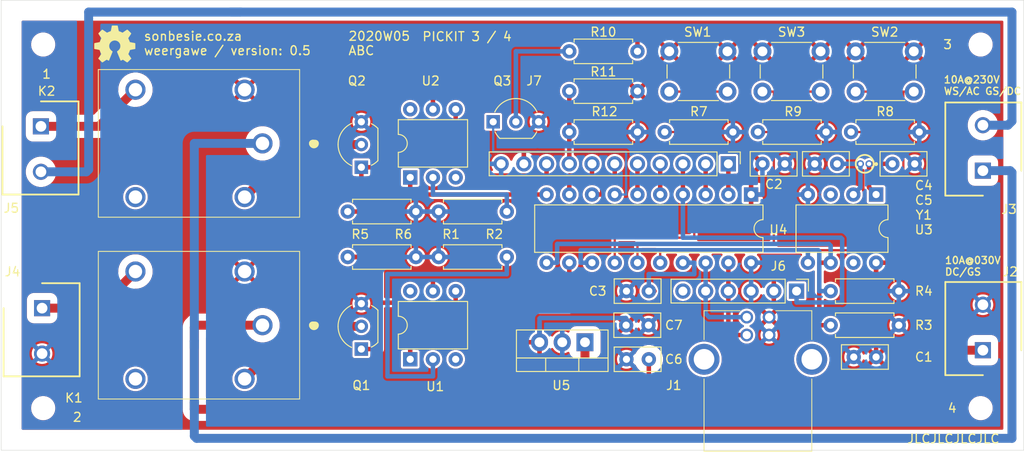
<source format=kicad_pcb>
(kicad_pcb (version 20171130) (host pcbnew 5.1.5+dfsg1-2build2)
  (title_block (title "EPR 400 B2") (date 2020-08-17) (rev 1) (company SONBESIE))
  (layers (0 F.Cu signal) (31 B.Cu signal) (34 B.Paste user) (35 F.Paste user) (36 B.SilkS user) (37 F.SilkS user) (38 B.Mask user) (39 F.Mask user) (44 Edge.Cuts user))
  (net 0 "")
  (net 1 GND)
  (net 2 "Net-(C3-Pad1)")
  (net 3 X1)
  (net 4 X2)
  (net 5 RELAY_1_1)
  (net 6 MCLR)
  (net 7 EN)
  (net 8 RA)
  (net 9 VO)
  (net 10 D+)
  (net 11 D-)
  (net 12 RELAY_2_1)
  (net 13 RELAY_1_2)
  (net 14 RELAY_2_2)
  (net 15 COIL_1_2)
  (net 16 COIL_2_2)
  (net 17 "Net-(Q1-Pad1)")
  (net 18 "Net-(Q2-Pad1)")
  (net 19 BACK_L)
  (net 20 "Net-(R1-Pad1)")
  (net 21 "Net-(R2-Pad1)")
  (net 22 SCL)
  (net 23 SDA)
  (net 24 SW_3)
  (net 25 SW_1)
  (net 26 SW_2)
  (net 27 RELAY_1)
  (net 28 RELAY_2)
  (net 29 /D3)
  (net 30 /D2)
  (net 31 /D0)
  (net 32 /D1)
  (net 33 5V)
  (net 34 LE)
  (net 35 AC_N)
  (net 36 "Net-(Q3-Pad2)")
  (module Symbol:OSHW-Logo2_7.3x6mm_SilkScreen (layer F.Cu) (at 93.98 62.738)
    (fp_text reference 5 hide)
    (fp_text value OSHW-Logo2_7.3x6mm_SilkScreen hide)
  )
  (module MountingHole:MountingHole_2.2mm_M2 (layer F.Cu) (at 190.754 62.103)
    (fp_text reference 3 (at -3.683 0) (layer F.SilkS))
    (fp_text value MountingHole_2.2mm_M2)
    (pad 1 np_thru_hole circle (at 0 0) (size 2.2 2.2) (drill 2.2) (layers *.Cu *.Mask))
  )
  (module MountingHole:MountingHole_2.2mm_M2 (layer F.Cu) (at 190.754 102.743)
    (fp_text reference 4 (at -3.175 0) (layer F.SilkS))
    (fp_text value MountingHole_2.2mm_M2)
    (pad 1 np_thru_hole circle (at 0 0) (size 2.2 2.2) (drill 2.2) (layers *.Cu *.Mask))
  )
  (module MountingHole:MountingHole_2.2mm_M2 (layer F.Cu) (at 85.979 102.743)
    (fp_text reference 2 (at 3.81 1.016) (layer F.SilkS))
    (fp_text value MountingHole_2.2mm_M2)
    (pad 1 np_thru_hole circle (at 0 0) (size 2.2 2.2) (drill 2.2) (layers *.Cu *.Mask))
  )
  (module MountingHole:MountingHole_2.2mm_M2 (layer F.Cu) (at 85.979 62.103)
    (fp_text reference 1 (at 0.381 3.302) (layer F.SilkS))
    (fp_text value MountingHole_2.2mm_M2)
    (pad 1 np_thru_hole circle (at 0 0) (size 2.2 2.2) (drill 2.2) (layers *.Cu *.Mask))
  )
  (module Package_TO_SOT_THT:TO-92_Inline_Wide (layer F.Cu) (at 136.271 70.739)
    (fp_text reference Q3 (at 1.016 -4.572) (layer F.SilkS))
    (fp_text value STQ3N45K3-AP)
    (pad 1 thru_hole rect (at 0 0 90) (size 1.5 1.5) (drill 0.8) (layers *.Cu *.Mask) (net 19 BACK_L))
    (pad 3 thru_hole circle (at 5.08 0 90) (size 1.5 1.5) (drill 0.8) (layers *.Cu *.Mask) (net 1 GND))
    (pad 2 thru_hole circle (at 2.54 0 90) (size 1.5 1.5) (drill 0.8) (layers *.Cu *.Mask) (net 36 "Net-(Q3-Pad2)"))
  )
  (module Package_TO_SOT_THT:TO-92_Inline_Wide (layer F.Cu) (at 121.539 75.819 90)
    (fp_text reference Q2 (at 9.652 -0.508 180) (layer F.SilkS))
    (fp_text value STQ3N45K3-AP)
    (pad 1 thru_hole rect (at 0 0 180) (size 1.5 1.5) (drill 0.8) (layers *.Cu *.Mask) (net 18 "Net-(Q2-Pad1)"))
    (pad 3 thru_hole circle (at 5.08 0 180) (size 1.5 1.5) (drill 0.8) (layers *.Cu *.Mask) (net 1 GND))
    (pad 2 thru_hole circle (at 2.54 0 180) (size 1.5 1.5) (drill 0.8) (layers *.Cu *.Mask) (net 16 COIL_2_2))
  )
  (module Package_TO_SOT_THT:TO-92_Inline_Wide (layer F.Cu) (at 121.539 96.139 90)
    (fp_text reference Q1 (at -4.064 0 180) (layer F.SilkS))
    (fp_text value STQ3N45K3-AP)
    (pad 1 thru_hole rect (at 0 0 180) (size 1.5 1.5) (drill 0.8) (layers *.Cu *.Mask) (net 17 "Net-(Q1-Pad1)"))
    (pad 3 thru_hole circle (at 5.08 0 180) (size 1.5 1.5) (drill 0.8) (layers *.Cu *.Mask) (net 1 GND))
    (pad 2 thru_hole circle (at 2.54 0 180) (size 1.5 1.5) (drill 0.8) (layers *.Cu *.Mask) (net 15 COIL_1_2))
  )
  (module Connector_PinHeader_2.54mm:PinHeader_1x11_P2.54mm_Vertical (layer F.Cu) (at 162.56 75.438 270)
    (fp_text reference J7 (at -9.271 21.717 180) (layer F.SilkS))
    (fp_text value Conn_01x11_Male)
    (pad 11 thru_hole oval (at 0 25.4 270) (size 1.7 1.7) (drill 1) (layers *.Cu *.Mask) (net 1 GND))
    (pad 10 thru_hole oval (at 0 22.86 270) (size 1.7 1.7) (drill 1) (layers *.Cu *.Mask) (net 33 5V))
    (pad 9 thru_hole oval (at 0 20.32 270) (size 1.7 1.7) (drill 1) (layers *.Cu *.Mask) (net 34 LE))
    (pad 8 thru_hole oval (at 0 17.78 270) (size 1.7 1.7) (drill 1) (layers *.Cu *.Mask) (net 9 VO))
    (pad 7 thru_hole oval (at 0 15.24 270) (size 1.7 1.7) (drill 1) (layers *.Cu *.Mask) (net 29 /D3))
    (pad 6 thru_hole oval (at 0 12.7 270) (size 1.7 1.7) (drill 1) (layers *.Cu *.Mask) (net 30 /D2))
    (pad 5 thru_hole oval (at 0 10.16 270) (size 1.7 1.7) (drill 1) (layers *.Cu *.Mask) (net 31 /D0))
    (pad 4 thru_hole oval (at 0 7.62 270) (size 1.7 1.7) (drill 1) (layers *.Cu *.Mask) (net 32 /D1))
    (pad 3 thru_hole oval (at 0 5.08 270) (size 1.7 1.7) (drill 1) (layers *.Cu *.Mask) (net 6 MCLR))
    (pad 2 thru_hole oval (at 0 2.54 270) (size 1.7 1.7) (drill 1) (layers *.Cu *.Mask) (net 7 EN))
    (pad 1 thru_hole rect (at 0 0 270) (size 1.7 1.7) (drill 1) (layers *.Cu *.Mask) (net 8 RA))
  )
  (module Package_DIP:DIP-8_W7.62mm (layer F.Cu) (at 179.07 78.867 270)
    (fp_text reference U3 (at 3.937 -5.334 180) (layer F.SilkS))
    (fp_text value MCP7940N-xP)
    (pad 8 thru_hole oval (at 7.62 0 270) (size 1.6 1.6) (drill 0.8) (layers *.Cu *.Mask) (net 33 5V))
    (pad 4 thru_hole oval (at 0 7.62 270) (size 1.6 1.6) (drill 0.8) (layers *.Cu *.Mask) (net 1 GND))
    (pad 7 thru_hole oval (at 7.62 2.54 270) (size 1.6 1.6) (drill 0.8) (layers *.Cu *.Mask))
    (pad 3 thru_hole oval (at 0 5.08 270) (size 1.6 1.6) (drill 0.8) (layers *.Cu *.Mask))
    (pad 6 thru_hole oval (at 7.62 5.08 270) (size 1.6 1.6) (drill 0.8) (layers *.Cu *.Mask) (net 22 SCL))
    (pad 2 thru_hole oval (at 0 2.54 270) (size 1.6 1.6) (drill 0.8) (layers *.Cu *.Mask) (net 4 X2))
    (pad 5 thru_hole oval (at 7.62 7.62 270) (size 1.6 1.6) (drill 0.8) (layers *.Cu *.Mask) (net 23 SDA))
    (pad 1 thru_hole rect (at 0 0 270) (size 1.6 1.6) (drill 0.8) (layers *.Cu *.Mask) (net 3 X1))
  )
  (module NC26LF-327:NC26LF-327 (layer F.Cu) (at 177.8 75.438 180)
    (fp_text reference Y1 (at -6.604 -5.715) (layer F.SilkS))
    (fp_text value NC26LF-327 hide)
    (pad 2 thru_hole circle (at 0.485 0 180) (size 0.8 0.8) (drill 0.47) (layers *.Cu *.Mask) (net 4 X2))
    (pad 1 thru_hole circle (at -0.485 0 180) (size 0.8 0.8) (drill 0.47) (layers *.Cu *.Mask) (net 3 X1))
  )
  (module Package_TO_SOT_THT:TO-220-3_Vertical (layer F.Cu) (at 146.5326 95.377 180)
    (fp_text reference U5 (at 2.6416 -4.826) (layer F.SilkS))
    (fp_text value L7805)
    (pad 3 thru_hole oval (at 5.08 0 180) (size 1.905 2) (drill 1.1) (layers *.Cu *.Mask) (net 33 5V))
    (pad 2 thru_hole oval (at 2.54 0 180) (size 1.905 2) (drill 1.1) (layers *.Cu *.Mask) (net 1 GND))
    (pad 1 thru_hole rect (at 0 0 180) (size 1.905 2) (drill 1.1) (layers *.Cu *.Mask) (net 5 RELAY_1_1))
  )
  (module Package_DIP:DIP-20_W7.62mm (layer F.Cu) (at 165.1 78.867 270)
    (fp_text reference U4 (at 3.937 -3.048 180) (layer F.SilkS))
    (fp_text value PIC18F14K50-EP)
    (pad 20 thru_hole oval (at 7.62 0 270) (size 1.6 1.6) (drill 0.8) (layers *.Cu *.Mask) (net 1 GND))
    (pad 10 thru_hole oval (at 0 22.86 270) (size 1.6 1.6) (drill 0.8) (layers *.Cu *.Mask) (net 28 RELAY_2))
    (pad 19 thru_hole oval (at 7.62 2.54 270) (size 1.6 1.6) (drill 0.8) (layers *.Cu *.Mask) (net 10 D+))
    (pad 9 thru_hole oval (at 0 20.32 270) (size 1.6 1.6) (drill 0.8) (layers *.Cu *.Mask) (net 29 /D3))
    (pad 18 thru_hole oval (at 7.62 5.08 270) (size 1.6 1.6) (drill 0.8) (layers *.Cu *.Mask) (net 11 D-))
    (pad 8 thru_hole oval (at 0 17.78 270) (size 1.6 1.6) (drill 0.8) (layers *.Cu *.Mask) (net 30 /D2))
    (pad 17 thru_hole oval (at 7.62 7.62 270) (size 1.6 1.6) (drill 0.8) (layers *.Cu *.Mask) (net 2 "Net-(C3-Pad1)"))
    (pad 7 thru_hole oval (at 0 15.24 270) (size 1.6 1.6) (drill 0.8) (layers *.Cu *.Mask) (net 19 BACK_L))
    (pad 16 thru_hole oval (at 7.62 10.16 270) (size 1.6 1.6) (drill 0.8) (layers *.Cu *.Mask) (net 25 SW_1))
    (pad 6 thru_hole oval (at 0 12.7 270) (size 1.6 1.6) (drill 0.8) (layers *.Cu *.Mask) (net 31 /D0))
    (pad 15 thru_hole oval (at 7.62 12.7 270) (size 1.6 1.6) (drill 0.8) (layers *.Cu *.Mask) (net 26 SW_2))
    (pad 5 thru_hole oval (at 0 10.16 270) (size 1.6 1.6) (drill 0.8) (layers *.Cu *.Mask) (net 32 /D1))
    (pad 14 thru_hole oval (at 7.62 15.24 270) (size 1.6 1.6) (drill 0.8) (layers *.Cu *.Mask) (net 24 SW_3))
    (pad 4 thru_hole oval (at 0 7.62 270) (size 1.6 1.6) (drill 0.8) (layers *.Cu *.Mask) (net 6 MCLR))
    (pad 13 thru_hole oval (at 7.62 17.78 270) (size 1.6 1.6) (drill 0.8) (layers *.Cu *.Mask) (net 23 SDA))
    (pad 3 thru_hole oval (at 0 5.08 270) (size 1.6 1.6) (drill 0.8) (layers *.Cu *.Mask) (net 7 EN))
    (pad 12 thru_hole oval (at 7.62 20.32 270) (size 1.6 1.6) (drill 0.8) (layers *.Cu *.Mask) (net 27 RELAY_1))
    (pad 2 thru_hole oval (at 0 2.54 270) (size 1.6 1.6) (drill 0.8) (layers *.Cu *.Mask) (net 8 RA))
    (pad 11 thru_hole oval (at 7.62 22.86 270) (size 1.6 1.6) (drill 0.8) (layers *.Cu *.Mask) (net 22 SCL))
    (pad 1 thru_hole rect (at 0 0 270) (size 1.6 1.6) (drill 0.8) (layers *.Cu *.Mask) (net 33 5V))
  )
  (module Package_DIP:DIP-6_W7.62mm (layer F.Cu) (at 127 76.962 90)
    (fp_text reference U2 (at 10.795 2.286 180) (layer F.SilkS))
    (fp_text value 4N25)
    (pad 6 thru_hole oval (at 7.62 0 90) (size 1.6 1.6) (drill 0.8) (layers *.Cu *.Mask))
    (pad 3 thru_hole oval (at 0 5.08 90) (size 1.6 1.6) (drill 0.8) (layers *.Cu *.Mask))
    (pad 5 thru_hole oval (at 7.62 2.54 90) (size 1.6 1.6) (drill 0.8) (layers *.Cu *.Mask) (net 33 5V))
    (pad 2 thru_hole oval (at 0 2.54 90) (size 1.6 1.6) (drill 0.8) (layers *.Cu *.Mask) (net 21 "Net-(R2-Pad1)"))
    (pad 4 thru_hole oval (at 7.62 5.08 90) (size 1.6 1.6) (drill 0.8) (layers *.Cu *.Mask) (net 18 "Net-(Q2-Pad1)"))
    (pad 1 thru_hole rect (at 0 0 90) (size 1.6 1.6) (drill 0.8) (layers *.Cu *.Mask) (net 28 RELAY_2))
  )
  (module Package_DIP:DIP-6_W7.62mm (layer F.Cu) (at 127 97.282 90)
    (fp_text reference U1 (at -3.048 2.794 180) (layer F.SilkS))
    (fp_text value 4N25)
    (pad 6 thru_hole oval (at 7.62 0 90) (size 1.6 1.6) (drill 0.8) (layers *.Cu *.Mask))
    (pad 3 thru_hole oval (at 0 5.08 90) (size 1.6 1.6) (drill 0.8) (layers *.Cu *.Mask))
    (pad 5 thru_hole oval (at 7.62 2.54 90) (size 1.6 1.6) (drill 0.8) (layers *.Cu *.Mask) (net 33 5V))
    (pad 2 thru_hole oval (at 0 2.54 90) (size 1.6 1.6) (drill 0.8) (layers *.Cu *.Mask) (net 20 "Net-(R1-Pad1)"))
    (pad 4 thru_hole oval (at 7.62 5.08 90) (size 1.6 1.6) (drill 0.8) (layers *.Cu *.Mask) (net 17 "Net-(Q1-Pad1)"))
    (pad 1 thru_hole rect (at 0 0 90) (size 1.6 1.6) (drill 0.8) (layers *.Cu *.Mask) (net 27 RELAY_1))
  )
  (module Button_Switch_THT:SW_PUSH_6mm_H5mm (layer F.Cu) (at 166.37 62.865)
    (fp_text reference SW3 (at 3.25 -2.159) (layer F.SilkS))
    (fp_text value SW_Push)
    (pad 1 thru_hole circle (at 6.5 0 90) (size 2 2) (drill 1.1) (layers *.Cu *.Mask) (net 33 5V))
    (pad 2 thru_hole circle (at 6.5 4.5 90) (size 2 2) (drill 1.1) (layers *.Cu *.Mask) (net 26 SW_2))
    (pad 1 thru_hole circle (at 0 0 90) (size 2 2) (drill 1.1) (layers *.Cu *.Mask) (net 33 5V))
    (pad 2 thru_hole circle (at 0 4.5 90) (size 2 2) (drill 1.1) (layers *.Cu *.Mask) (net 26 SW_2))
  )
  (module Button_Switch_THT:SW_PUSH_6mm_H5mm (layer F.Cu) (at 176.784 62.865)
    (fp_text reference SW2 (at 3.25 -2.159) (layer F.SilkS))
    (fp_text value SW_Push)
    (pad 1 thru_hole circle (at 6.5 0 90) (size 2 2) (drill 1.1) (layers *.Cu *.Mask) (net 33 5V))
    (pad 2 thru_hole circle (at 6.5 4.5 90) (size 2 2) (drill 1.1) (layers *.Cu *.Mask) (net 25 SW_1))
    (pad 1 thru_hole circle (at 0 0 90) (size 2 2) (drill 1.1) (layers *.Cu *.Mask) (net 33 5V))
    (pad 2 thru_hole circle (at 0 4.5 90) (size 2 2) (drill 1.1) (layers *.Cu *.Mask) (net 25 SW_1))
  )
  (module Button_Switch_THT:SW_PUSH_6mm_H5mm (layer F.Cu) (at 155.956 62.865)
    (fp_text reference SW1 (at 3.175 -2.159) (layer F.SilkS))
    (fp_text value SW_Push)
    (pad 1 thru_hole circle (at 6.5 0 90) (size 2 2) (drill 1.1) (layers *.Cu *.Mask) (net 33 5V))
    (pad 2 thru_hole circle (at 6.5 4.5 90) (size 2 2) (drill 1.1) (layers *.Cu *.Mask) (net 24 SW_3))
    (pad 1 thru_hole circle (at 0 0 90) (size 2 2) (drill 1.1) (layers *.Cu *.Mask) (net 33 5V))
    (pad 2 thru_hole circle (at 0 4.5 90) (size 2 2) (drill 1.1) (layers *.Cu *.Mask) (net 24 SW_3))
  )
  (module Resistor_THT:R_Axial_DIN0207_L6.3mm_D2.5mm_P7.62mm_Horizontal (layer F.Cu) (at 144.78 71.882)
    (fp_text reference R12 (at 3.937 -2.286) (layer F.SilkS))
    (fp_text value 10k)
    (pad 2 thru_hole oval (at 7.62 0) (size 1.6 1.6) (drill 0.8) (layers *.Cu *.Mask) (net 1 GND))
    (pad 1 thru_hole circle (at 0 0) (size 1.6 1.6) (drill 0.8) (layers *.Cu *.Mask) (net 9 VO))
  )
  (module Resistor_THT:R_Axial_DIN0207_L6.3mm_D2.5mm_P7.62mm_Horizontal (layer F.Cu) (at 152.4 67.31 180)
    (fp_text reference R11 (at 3.81 2.159) (layer F.SilkS))
    (fp_text value 10k)
    (pad 2 thru_hole oval (at 7.62 0 180) (size 1.6 1.6) (drill 0.8) (layers *.Cu *.Mask) (net 9 VO))
    (pad 1 thru_hole circle (at 0 0 180) (size 1.6 1.6) (drill 0.8) (layers *.Cu *.Mask) (net 33 5V))
  )
  (module Resistor_THT:R_Axial_DIN0207_L6.3mm_D2.5mm_P7.62mm_Horizontal (layer F.Cu) (at 152.4 62.865 180)
    (fp_text reference R10 (at 3.81 2.159) (layer F.SilkS))
    (fp_text value 270)
    (pad 2 thru_hole oval (at 7.62 0 180) (size 1.6 1.6) (drill 0.8) (layers *.Cu *.Mask) (net 36 "Net-(Q3-Pad2)"))
    (pad 1 thru_hole circle (at 0 0 180) (size 1.6 1.6) (drill 0.8) (layers *.Cu *.Mask) (net 34 LE))
  )
  (module Resistor_THT:R_Axial_DIN0207_L6.3mm_D2.5mm_P7.62mm_Horizontal (layer F.Cu) (at 165.862 71.882)
    (fp_text reference R9 (at 3.937 -2.286) (layer F.SilkS))
    (fp_text value 10k)
    (pad 2 thru_hole oval (at 7.62 0) (size 1.6 1.6) (drill 0.8) (layers *.Cu *.Mask) (net 1 GND))
    (pad 1 thru_hole circle (at 0 0) (size 1.6 1.6) (drill 0.8) (layers *.Cu *.Mask) (net 26 SW_2))
  )
  (module Resistor_THT:R_Axial_DIN0207_L6.3mm_D2.5mm_P7.62mm_Horizontal (layer F.Cu) (at 176.276 71.882)
    (fp_text reference R8 (at 3.81 -2.286) (layer F.SilkS))
    (fp_text value 10k)
    (pad 2 thru_hole oval (at 7.62 0) (size 1.6 1.6) (drill 0.8) (layers *.Cu *.Mask) (net 1 GND))
    (pad 1 thru_hole circle (at 0 0) (size 1.6 1.6) (drill 0.8) (layers *.Cu *.Mask) (net 25 SW_1))
  )
  (module Resistor_THT:R_Axial_DIN0207_L6.3mm_D2.5mm_P7.62mm_Horizontal (layer F.Cu) (at 155.448 71.882)
    (fp_text reference R7 (at 3.81 -2.286) (layer F.SilkS))
    (fp_text value 10k)
    (pad 2 thru_hole oval (at 7.62 0) (size 1.6 1.6) (drill 0.8) (layers *.Cu *.Mask) (net 1 GND))
    (pad 1 thru_hole circle (at 0 0) (size 1.6 1.6) (drill 0.8) (layers *.Cu *.Mask) (net 24 SW_3))
  )
  (module Resistor_THT:R_Axial_DIN0207_L6.3mm_D2.5mm_P7.62mm_Horizontal (layer F.Cu) (at 120.015 80.772)
    (fp_text reference R6 (at 6.223 2.54) (layer F.SilkS))
    (fp_text value 10k)
    (pad 2 thru_hole oval (at 7.62 0) (size 1.6 1.6) (drill 0.8) (layers *.Cu *.Mask) (net 1 GND))
    (pad 1 thru_hole circle (at 0 0) (size 1.6 1.6) (drill 0.8) (layers *.Cu *.Mask) (net 18 "Net-(Q2-Pad1)"))
  )
  (module Resistor_THT:R_Axial_DIN0207_L6.3mm_D2.5mm_P7.62mm_Horizontal (layer F.Cu) (at 120.015 85.852)
    (fp_text reference R5 (at 1.397 -2.54) (layer F.SilkS))
    (fp_text value 10k)
    (pad 2 thru_hole oval (at 7.62 0) (size 1.6 1.6) (drill 0.8) (layers *.Cu *.Mask) (net 1 GND))
    (pad 1 thru_hole circle (at 0 0) (size 1.6 1.6) (drill 0.8) (layers *.Cu *.Mask) (net 17 "Net-(Q1-Pad1)"))
  )
  (module Resistor_THT:R_Axial_DIN0207_L6.3mm_D2.5mm_P7.62mm_Horizontal (layer F.Cu) (at 173.99 89.662)
    (fp_text reference R4 (at 10.414 0) (layer F.SilkS))
    (fp_text value 10k)
    (pad 2 thru_hole oval (at 7.62 0) (size 1.6 1.6) (drill 0.8) (layers *.Cu *.Mask) (net 1 GND))
    (pad 1 thru_hole circle (at 0 0) (size 1.6 1.6) (drill 0.8) (layers *.Cu *.Mask) (net 23 SDA))
  )
  (module Resistor_THT:R_Axial_DIN0207_L6.3mm_D2.5mm_P7.62mm_Horizontal (layer F.Cu) (at 181.61 93.472 180)
    (fp_text reference R3 (at -2.794 0) (layer F.SilkS))
    (fp_text value 10k)
    (pad 2 thru_hole oval (at 7.62 0 180) (size 1.6 1.6) (drill 0.8) (layers *.Cu *.Mask) (net 22 SCL))
    (pad 1 thru_hole circle (at 0 0 180) (size 1.6 1.6) (drill 0.8) (layers *.Cu *.Mask) (net 1 GND))
  )
  (module Resistor_THT:R_Axial_DIN0207_L6.3mm_D2.5mm_P7.62mm_Horizontal (layer F.Cu) (at 137.795 80.772 180)
    (fp_text reference R2 (at 1.397 -2.54) (layer F.SilkS))
    (fp_text value 120)
    (pad 2 thru_hole oval (at 7.62 0 180) (size 1.6 1.6) (drill 0.8) (layers *.Cu *.Mask) (net 1 GND))
    (pad 1 thru_hole circle (at 0 0 180) (size 1.6 1.6) (drill 0.8) (layers *.Cu *.Mask) (net 21 "Net-(R2-Pad1)"))
  )
  (module Resistor_THT:R_Axial_DIN0207_L6.3mm_D2.5mm_P7.62mm_Horizontal (layer F.Cu) (at 137.795 85.852 180)
    (fp_text reference R1 (at 6.223 2.54) (layer F.SilkS))
    (fp_text value 120)
    (pad 2 thru_hole oval (at 7.62 0 180) (size 1.6 1.6) (drill 0.8) (layers *.Cu *.Mask) (net 1 GND))
    (pad 1 thru_hole circle (at 0 0 180) (size 1.6 1.6) (drill 0.8) (layers *.Cu *.Mask) (net 20 "Net-(R1-Pad1)"))
  )
  (module G5LE-1A-E-36_DC5:G5LE1AE36DC5 (layer F.Cu) (at 110.49 73.152 180)
    (fp_text reference K2 (at 24.13 5.842) (layer F.SilkS))
    (fp_text value G5LE-1A-E-36_DC5 hide)
    (pad 5 thru_hole circle (at 2 -6 180) (size 2.25 2.25) (drill 1.5) (layers *.Cu *.Mask) (net 16 COIL_2_2))
    (pad 4 thru_hole circle (at 14.2 -6 180) (size 2.25 2.25) (drill 1.5) (layers *.Cu *.Mask))
    (pad 3 thru_hole circle (at 14.2 6 180) (size 2.25 2.25) (drill 1.5) (layers *.Cu *.Mask) (net 14 RELAY_2_2))
    (pad 2 thru_hole circle (at 2 6 180) (size 2.25 2.25) (drill 1.5) (layers *.Cu *.Mask) (net 33 5V))
    (pad 1 thru_hole circle (at 0 0 180) (size 2.25 2.25) (drill 1.5) (layers *.Cu *.Mask) (net 12 RELAY_2_1))
  )
  (module G5LE-1A-E-36_DC5:G5LE1AE36DC5 (layer F.Cu) (at 110.49 93.472 180)
    (fp_text reference K1 (at 21.082 -8.128) (layer F.SilkS))
    (fp_text value G5LE-1A-E-36_DC5 hide)
    (pad 5 thru_hole circle (at 2 -6 180) (size 2.25 2.25) (drill 1.5) (layers *.Cu *.Mask) (net 15 COIL_1_2))
    (pad 4 thru_hole circle (at 14.2 -6 180) (size 2.25 2.25) (drill 1.5) (layers *.Cu *.Mask))
    (pad 3 thru_hole circle (at 14.2 6 180) (size 2.25 2.25) (drill 1.5) (layers *.Cu *.Mask) (net 13 RELAY_1_2))
    (pad 2 thru_hole circle (at 2 6 180) (size 2.25 2.25) (drill 1.5) (layers *.Cu *.Mask) (net 33 5V))
    (pad 1 thru_hole circle (at 0 0 180) (size 2.25 2.25) (drill 1.5) (layers *.Cu *.Mask) (net 5 RELAY_1_1))
  )
  (module Connector_PinHeader_2.54mm:PinHeader_1x06_P2.54mm_Vertical (layer F.Cu) (at 170.18 89.662 270)
    (fp_text reference J6 (at -2.794 2.032 180) (layer F.SilkS))
    (fp_text value Conn_01x06_Male)
    (pad 6 thru_hole oval (at 0 12.7 270) (size 1.7 1.7) (drill 1) (layers *.Cu *.Mask))
    (pad 5 thru_hole oval (at 0 10.16 270) (size 1.7 1.7) (drill 1) (layers *.Cu *.Mask) (net 11 D-))
    (pad 4 thru_hole oval (at 0 7.62 270) (size 1.7 1.7) (drill 1) (layers *.Cu *.Mask) (net 10 D+))
    (pad 3 thru_hole oval (at 0 5.08 270) (size 1.7 1.7) (drill 1) (layers *.Cu *.Mask) (net 1 GND))
    (pad 2 thru_hole oval (at 0 2.54 270) (size 1.7 1.7) (drill 1) (layers *.Cu *.Mask) (net 33 5V))
    (pad 1 thru_hole rect (at 0 0 270) (size 1.7 1.7) (drill 1) (layers *.Cu *.Mask) (net 6 MCLR))
  )
  (module 282837-2:SHDR2W100P0X508_1X2_1016X820X1030P (layer F.Cu) (at 85.725 71.247 270)
    (fp_text reference J5 (at 9.144 3.302 180) (layer F.SilkS))
    (fp_text value 282837-2 hide)
    (pad 2 thru_hole circle (at 5.08 0 270) (size 1.8 1.8) (drill 1.2) (layers *.Cu *.Mask) (net 35 AC_N))
    (pad 1 thru_hole rect (at 0 0 270) (size 1.8 1.8) (drill 1.2) (layers *.Cu *.Mask) (net 14 RELAY_2_2))
  )
  (module 282837-2:SHDR2W100P0X508_1X2_1016X820X1030P (layer F.Cu) (at 85.852 91.567 270)
    (fp_text reference J4 (at -4.064 3.302 180) (layer F.SilkS))
    (fp_text value 282837-2 hide)
    (pad 2 thru_hole circle (at 5.08 0 270) (size 1.8 1.8) (drill 1.2) (layers *.Cu *.Mask) (net 1 GND))
    (pad 1 thru_hole rect (at 0 0 270) (size 1.8 1.8) (drill 1.2) (layers *.Cu *.Mask) (net 13 RELAY_1_2))
  )
  (module 282837-2:SHDR2W100P0X508_1X2_1016X820X1030P (layer F.Cu) (at 191.008 76.2 90)
    (fp_text reference J3 (at -4.318 2.921 180) (layer F.SilkS))
    (fp_text value 282837-2 hide)
    (pad 2 thru_hole circle (at 5.08 0 90) (size 1.8 1.8) (drill 1.2) (layers *.Cu *.Mask) (net 35 AC_N))
    (pad 1 thru_hole rect (at 0 0 90) (size 1.8 1.8) (drill 1.2) (layers *.Cu *.Mask) (net 12 RELAY_2_1))
  )
  (module 282837-2:SHDR2W100P0X508_1X2_1016X820X1030P (layer F.Cu) (at 191.008 96.266 90)
    (fp_text reference J2 (at 8.763 3.048 180) (layer F.SilkS))
    (fp_text value 282837-2 hide)
    (pad 2 thru_hole circle (at 5.08 0 90) (size 1.8 1.8) (drill 1.2) (layers *.Cu *.Mask) (net 1 GND))
    (pad 1 thru_hole rect (at 0 0 90) (size 1.8 1.8) (drill 1.2) (layers *.Cu *.Mask) (net 5 RELAY_1_1))
  )
  (module 292304-2:292304 (layer F.Cu) (at 165.862 97.282)
    (fp_text reference J1 (at -9.398 2.921) (layer F.SilkS))
    (fp_text value 292304-2 hide)
    (pad 6 thru_hole circle (at -6.02 0) (size 3.45 3.45) (drill 2.3) (layers *.Cu *.Mask))
    (pad 5 thru_hole circle (at 6.02 0) (size 3.45 3.45) (drill 2.3) (layers *.Cu *.Mask))
    (pad 4 thru_hole circle (at 1.25 -2.71) (size 1.42 1.42) (drill 0.92) (layers *.Cu *.Mask) (net 1 GND))
    (pad 3 thru_hole circle (at -1.25 -2.71) (size 1.42 1.42) (drill 0.92) (layers *.Cu *.Mask) (net 10 D+))
    (pad 2 thru_hole circle (at -1.25 -4.71) (size 1.42 1.42) (drill 0.92) (layers *.Cu *.Mask) (net 11 D-))
    (pad 1 thru_hole circle (at 1.25 -4.71) (size 1.42 1.42) (drill 0.92) (layers *.Cu *.Mask) (net 33 5V))
  )
  (module Capacitor_THT:C_Disc_D5.0mm_W2.5mm_P2.50mm (layer F.Cu) (at 151.13 93.472)
    (fp_text reference C7 (at 5.334 0) (layer F.SilkS))
    (fp_text value 0.10u)
    (pad 2 thru_hole circle (at 2.5 0) (size 1.6 1.6) (drill 0.8) (layers *.Cu *.Mask) (net 1 GND))
    (pad 1 thru_hole circle (at 0 0) (size 1.6 1.6) (drill 0.8) (layers *.Cu *.Mask) (net 33 5V))
  )
  (module Capacitor_THT:C_Disc_D5.0mm_W2.5mm_P2.50mm (layer F.Cu) (at 153.67 97.282 180)
    (fp_text reference C6 (at -2.794 0) (layer F.SilkS))
    (fp_text value 0.33u)
    (pad 2 thru_hole circle (at 2.5 0 180) (size 1.6 1.6) (drill 0.8) (layers *.Cu *.Mask) (net 1 GND))
    (pad 1 thru_hole circle (at 0 0 180) (size 1.6 1.6) (drill 0.8) (layers *.Cu *.Mask) (net 5 RELAY_1_1))
  )
  (module Capacitor_THT:C_Disc_D5.0mm_W2.5mm_P2.50mm (layer F.Cu) (at 172.212 75.438)
    (fp_text reference C5 (at 12.192 4.064) (layer F.SilkS))
    (fp_text value 15p)
    (pad 2 thru_hole circle (at 2.5 0) (size 1.6 1.6) (drill 0.8) (layers *.Cu *.Mask) (net 4 X2))
    (pad 1 thru_hole circle (at 0 0) (size 1.6 1.6) (drill 0.8) (layers *.Cu *.Mask) (net 1 GND))
  )
  (module Capacitor_THT:C_Disc_D5.0mm_W2.5mm_P2.50mm (layer F.Cu) (at 183.388 75.438 180)
    (fp_text reference C4 (at -1.016 -2.413) (layer F.SilkS))
    (fp_text value 15p)
    (pad 2 thru_hole circle (at 2.5 0 180) (size 1.6 1.6) (drill 0.8) (layers *.Cu *.Mask) (net 3 X1))
    (pad 1 thru_hole circle (at 0 0 180) (size 1.6 1.6) (drill 0.8) (layers *.Cu *.Mask) (net 1 GND))
  )
  (module Capacitor_THT:C_Disc_D5.0mm_W2.5mm_P2.50mm (layer F.Cu) (at 153.67 89.662 180)
    (fp_text reference C3 (at 5.715 0) (layer F.SilkS))
    (fp_text value 100n)
    (pad 2 thru_hole circle (at 2.5 0 180) (size 1.6 1.6) (drill 0.8) (layers *.Cu *.Mask) (net 1 GND))
    (pad 1 thru_hole circle (at 0 0 180) (size 1.6 1.6) (drill 0.8) (layers *.Cu *.Mask) (net 2 "Net-(C3-Pad1)"))
  )
  (module Capacitor_THT:C_Disc_D5.0mm_W2.5mm_P2.50mm (layer F.Cu) (at 166.37 75.438)
    (fp_text reference C2 (at 1.27 2.286) (layer F.SilkS))
    (fp_text value 0.10u)
    (pad 2 thru_hole circle (at 2.5 0) (size 1.6 1.6) (drill 0.8) (layers *.Cu *.Mask) (net 1 GND))
    (pad 1 thru_hole circle (at 0 0) (size 1.6 1.6) (drill 0.8) (layers *.Cu *.Mask) (net 33 5V))
  )
  (module Capacitor_THT:C_Disc_D5.0mm_W2.5mm_P2.50mm (layer F.Cu) (at 179.07 97.028 180)
    (fp_text reference C1 (at -5.334 0) (layer F.SilkS))
    (fp_text value 0.10u)
    (pad 2 thru_hole circle (at 2.5 0 180) (size 1.6 1.6) (drill 0.8) (layers *.Cu *.Mask) (net 1 GND))
    (pad 1 thru_hole circle (at 0 0 180) (size 1.6 1.6) (drill 0.8) (layers *.Cu *.Mask) (net 33 5V))
  )
  (gr_text "PICKIT 3 / 4" (at 133.35 61.214) (layer F.SilkS) (effects (font (size 1 1))))
  (gr_text "10A@030V\nDC/GS" (at 186.69 86.868) (layer F.SilkS) (effects (font (size 0.8 0.8)) (justify left)))
  (gr_text "10A@230V\nWS/AC GS/DC" (at 186.563 66.675) (layer F.SilkS) (effects (font (size 0.8 0.8)) (justify left)))
  (gr_text "2020W05\nABC" (at 120.015 61.976) (layer F.SilkS) (effects (font (size 1 1)) (justify left)))
  (gr_text "sonbesie.co.za\nweergawe / version: 0.5" (at 97.155 61.976) (layer F.SilkS) (effects (font (size 1 1)) (justify left)))
  (gr_text JLCJLCJLCJLC (at 187.706 106.172) (layer F.SilkS) (effects (font (size 1 1))))
  (gr_line (start 195.58 57.15) (end 81.28 57.15) (layer Edge.Cuts) (width 0.05))
  (gr_line (start 81.28 107.442) (end 195.58 107.442) (layer Edge.Cuts) (width 0.05))
  (gr_line (start 81.28 57.15) (end 81.28 107.442) (layer Edge.Cuts) (width 0.05))
  (gr_line (start 195.58 107.442) (end 195.58 57.15) (layer Edge.Cuts) (width 0.05))
  (segment (start 154.305 89.662) (end 153.67 89.662) (width 0.5) (layer F.Cu) (net 2))
  (segment (start 153.67 87.757) (end 153.67 89.662) (width 0.5) (layer B.Cu) (net 2))
  (segment (start 158.75 87.757) (end 153.67 87.757) (width 0.5) (layer B.Cu) (net 2))
  (segment (start 157.48 86.487) (end 158.75 86.487) (width 0.5) (layer B.Cu) (net 2))
  (segment (start 158.75 86.487) (end 158.75 87.757) (width 0.5) (layer B.Cu) (net 2))
  (segment (start 178.285 78.082) (end 179.07 78.867) (width 0.5) (layer F.Cu) (net 3))
  (segment (start 178.285 75.438) (end 178.285 78.082) (width 0.5) (layer F.Cu) (net 3))
  (segment (start 178.285 75.438) (end 180.634 75.438) (width 0.5) (layer F.Cu) (net 3))
  (segment (start 174.712 75.438) (end 177.315 75.438) (width 0.5) (layer B.Cu) (net 4))
  (segment (start 177.315 78.082) (end 176.53 78.867) (width 0.5) (layer B.Cu) (net 4))
  (segment (start 177.315 75.438) (end 177.315 78.082) (width 0.5) (layer B.Cu) (net 4))
  (segment (start 103.124 93.472) (end 110.49 93.472) (width 1) (layer F.Cu) (net 5))
  (segment (start 102.87 93.726) (end 103.124 93.472) (width 1) (layer F.Cu) (net 5))
  (segment (start 102.87 102.87) (end 102.87 93.726) (width 1) (layer F.Cu) (net 5))
  (segment (start 140.208 102.87) (end 102.87 102.87) (width 1) (layer F.Cu) (net 5))
  (segment (start 141.478 102.87) (end 140.208 102.87) (width 1) (layer F.Cu) (net 5))
  (segment (start 184.404 96.266) (end 191.008 96.266) (width 1) (layer F.Cu) (net 5))
  (segment (start 184.404 102.87) (end 184.404 96.266) (width 1) (layer F.Cu) (net 5))
  (segment (start 153.67 102.616) (end 153.416 102.87) (width 0.5) (layer F.Cu) (net 5))
  (segment (start 140.208 102.87) (end 146.5326 102.87) (width 1) (layer F.Cu) (net 5))
  (segment (start 153.67 102.8065) (end 153.6065 102.87) (width 0.5) (layer F.Cu) (net 5))
  (segment (start 153.67 97.282) (end 153.67 102.8065) (width 0.5) (layer F.Cu) (net 5))
  (segment (start 153.416 102.87) (end 153.6065 102.87) (width 1) (layer F.Cu) (net 5))
  (segment (start 153.6065 102.87) (end 184.404 102.87) (width 1) (layer F.Cu) (net 5))
  (segment (start 146.5326 95.377) (end 146.5326 102.87) (width 1) (layer F.Cu) (net 5))
  (segment (start 146.5326 102.87) (end 153.416 102.87) (width 1) (layer F.Cu) (net 5))
  (segment (start 170.18 89.662) (end 170.18 90.932) (width 0.5) (layer B.Cu) (net 6))
  (segment (start 175.26 90.932) (end 175.279999 90.951999) (width 0.5) (layer B.Cu) (net 6))
  (segment (start 170.18 90.932) (end 175.26 90.932) (width 0.5) (layer B.Cu) (net 6))
  (segment (start 175.26 90.932) (end 175.26 88.392) (width 0.5) (layer B.Cu) (net 6))
  (segment (start 175.279999 88.372001) (end 175.279999 83.839999) (width 0.5) (layer B.Cu) (net 6))
  (segment (start 175.26 88.392) (end 175.279999 88.372001) (width 0.5) (layer B.Cu) (net 6))
  (segment (start 157.48 78.867) (end 157.48 83.68998) (width 0.5) (layer B.Cu) (net 6))
  (segment (start 157.48 75.438) (end 157.48 78.867) (width 0.5) (layer F.Cu) (net 6))
  (segment (start 157.48 83.68998) (end 175.12998 83.68998) (width 0.5) (layer B.Cu) (net 6))
  (segment (start 175.12998 83.68998) (end 175.279999 83.839999) (width 0.5) (layer B.Cu) (net 6))
  (segment (start 160.02 75.438) (end 160.02 78.867) (width 0.5) (layer F.Cu) (net 7))
  (segment (start 162.56 78.867) (end 162.56 75.438) (width 0.5) (layer F.Cu) (net 8))
  (segment (start 144.78 71.882) (end 144.78 75.438) (width 0.5) (layer F.Cu) (net 9))
  (segment (start 144.78 67.564) (end 144.78 71.882) (width 0.5) (layer F.Cu) (net 9))
  (segment (start 162.56 86.487) (end 162.56 89.662) (width 0.5) (layer F.Cu) (net 10))
  (segment (start 162.56 89.662) (end 162.56 94.488) (width 0.5) (layer F.Cu) (net 10))
  (segment (start 162.644 94.572) (end 164.612 94.572) (width 0.5) (layer F.Cu) (net 10))
  (segment (start 162.56 94.488) (end 162.644 94.572) (width 0.5) (layer F.Cu) (net 10))
  (segment (start 160.02 86.487) (end 160.02 89.662) (width 0.5) (layer B.Cu) (net 11))
  (segment (start 160.412 92.572) (end 160.02 92.18) (width 0.5) (layer B.Cu) (net 11))
  (segment (start 160.02 89.662) (end 160.02 92.18) (width 0.5) (layer B.Cu) (net 11))
  (segment (start 164.612 92.572) (end 160.412 92.572) (width 0.5) (layer B.Cu) (net 11))
  (segment (start 110.49 73.152) (end 102.87 73.152) (width 1) (layer B.Cu) (net 12))
  (segment (start 102.87 95.25) (end 102.87 96.012) (width 1) (layer B.Cu) (net 12))
  (segment (start 102.87 102.108) (end 102.87 102.87) (width 1) (layer B.Cu) (net 12))
  (segment (start 102.87 95.25) (end 102.87 102.108) (width 1) (layer B.Cu) (net 12))
  (segment (start 102.87 73.152) (end 102.87 95.25) (width 1) (layer B.Cu) (net 12))
  (segment (start 194.056 76.2) (end 191.008 76.2) (width 1) (layer B.Cu) (net 12))
  (segment (start 102.87 105.86299) (end 103.124 106.11699) (width 1) (layer B.Cu) (net 12))
  (segment (start 194.25499 106.11699) (end 194.25499 76.39899) (width 1) (layer B.Cu) (net 12))
  (segment (start 102.87 102.108) (end 102.87 105.86299) (width 1) (layer B.Cu) (net 12))
  (segment (start 194.25499 76.39899) (end 194.056 76.2) (width 1) (layer B.Cu) (net 12))
  (segment (start 103.124 106.11699) (end 194.25499 106.11699) (width 1) (layer B.Cu) (net 12))
  (segment (start 92.195 91.567) (end 96.29 87.472) (width 1) (layer F.Cu) (net 13))
  (segment (start 85.852 91.567) (end 92.195 91.567) (width 1) (layer F.Cu) (net 13))
  (segment (start 92.195 71.247) (end 96.29 67.152) (width 1) (layer F.Cu) (net 14))
  (segment (start 85.725 71.247) (end 92.195 71.247) (width 1) (layer F.Cu) (net 14))
  (segment (start 114.363 93.599) (end 108.49 99.472) (width 1) (layer F.Cu) (net 15))
  (segment (start 121.539 93.599) (end 114.363 93.599) (width 1) (layer F.Cu) (net 15))
  (segment (start 114.363 73.279) (end 108.49 79.152) (width 1) (layer F.Cu) (net 16))
  (segment (start 121.539 73.279) (end 114.363 73.279) (width 1) (layer F.Cu) (net 16))
  (segment (start 121.92 85.852) (end 120.015 85.852) (width 0.5) (layer F.Cu) (net 17))
  (segment (start 123.571 85.8774) (end 123.5456 85.852) (width 0.5) (layer F.Cu) (net 17))
  (segment (start 123.5456 85.852) (end 120.015 85.852) (width 0.5) (layer F.Cu) (net 17))
  (segment (start 121.539 96.139) (end 123.571 96.139) (width 0.5) (layer F.Cu) (net 17))
  (segment (start 123.571 96.139) (end 123.571 90.9574) (width 0.5) (layer F.Cu) (net 17))
  (segment (start 123.571 90.9574) (end 123.571 85.8774) (width 0.5) (layer F.Cu) (net 17))
  (segment (start 132.08 90.79337) (end 132.08 89.662) (width 0.5) (layer F.Cu) (net 17))
  (segment (start 131.91597 90.9574) (end 132.08 90.79337) (width 0.5) (layer F.Cu) (net 17))
  (segment (start 123.571 90.9574) (end 131.91597 90.9574) (width 0.5) (layer F.Cu) (net 17))
  (segment (start 132.08 70.612) (end 132.08 69.342) (width 0.5) (layer F.Cu) (net 18))
  (segment (start 121.539 75.819) (end 121.539 80.7974) (width 0.5) (layer F.Cu) (net 18))
  (segment (start 121.5136 80.772) (end 120.015 80.772) (width 0.5) (layer F.Cu) (net 18))
  (segment (start 121.539 80.7974) (end 121.5136 80.772) (width 0.5) (layer F.Cu) (net 18))
  (segment (start 132.08 70.612) (end 123.5964 70.612) (width 0.5) (layer F.Cu) (net 18))
  (segment (start 123.5964 70.612) (end 123.5202 70.6882) (width 0.5) (layer F.Cu) (net 18))
  (segment (start 123.5202 70.6882) (end 123.5202 75.819) (width 0.5) (layer F.Cu) (net 18))
  (segment (start 123.5202 75.819) (end 121.539 75.819) (width 0.5) (layer F.Cu) (net 18))
  (segment (start 151.13 78.867) (end 149.86 78.867) (width 0.25) (layer B.Cu) (net 19))
  (segment (start 151.13 74.1172) (end 151.13 78.867) (width 0.25) (layer B.Cu) (net 19))
  (segment (start 151.1046 74.0918) (end 151.13 74.1172) (width 0.25) (layer B.Cu) (net 19))
  (segment (start 141.2254 74.065) (end 141.1986 74.0918) (width 0.25) (layer B.Cu) (net 19))
  (segment (start 141.5542 74.0918) (end 136.271 74.0918) (width 0.25) (layer B.Cu) (net 19))
  (segment (start 141.1986 74.0918) (end 141.5542 74.0918) (width 0.25) (layer B.Cu) (net 19))
  (segment (start 141.5542 74.0918) (end 151.1046 74.0918) (width 0.25) (layer B.Cu) (net 19))
  (segment (start 136.271 74.0918) (end 136.271 70.739) (width 0.25) (layer B.Cu) (net 19))
  (segment (start 129.54 97.282) (end 129.54 99.187) (width 0.5) (layer B.Cu) (net 20))
  (segment (start 129.54 99.187) (end 124.46 99.187) (width 0.5) (layer B.Cu) (net 20))
  (segment (start 124.46 99.187) (end 124.46 87.757) (width 0.5) (layer B.Cu) (net 20))
  (segment (start 124.46 87.757) (end 137.795 87.757) (width 0.5) (layer B.Cu) (net 20))
  (segment (start 137.795 87.757) (end 137.795 85.852) (width 0.5) (layer B.Cu) (net 20))
  (segment (start 137.795 80.772) (end 137.795 78.867) (width 0.5) (layer B.Cu) (net 21))
  (segment (start 137.795 78.867) (end 129.54 78.867) (width 0.5) (layer B.Cu) (net 21))
  (segment (start 129.54 78.867) (end 129.54 76.962) (width 0.5) (layer B.Cu) (net 21))
  (segment (start 172.698008 84.38999) (end 172.700001 84.391983) (width 0.5) (layer B.Cu) (net 22))
  (segment (start 173.99 86.487) (end 172.72 86.487) (width 0.5) (layer F.Cu) (net 22))
  (segment (start 172.72 86.487) (end 172.72 93.472) (width 0.5) (layer F.Cu) (net 22))
  (segment (start 172.72 93.472) (end 173.99 93.472) (width 0.5) (layer F.Cu) (net 22))
  (segment (start 172.698008 84.38999) (end 173.79799 84.38999) (width 0.5) (layer B.Cu) (net 22))
  (segment (start 173.99 84.582) (end 173.99 86.487) (width 0.5) (layer B.Cu) (net 22))
  (segment (start 173.79799 84.38999) (end 173.99 84.582) (width 0.5) (layer B.Cu) (net 22))
  (segment (start 143.422998 86.487) (end 142.24 86.487) (width 0.5) (layer B.Cu) (net 22))
  (segment (start 143.422998 84.415002) (end 143.44801 84.38999) (width 0.5) (layer B.Cu) (net 22))
  (segment (start 143.44801 84.38999) (end 172.698008 84.38999) (width 0.5) (layer B.Cu) (net 22))
  (segment (start 143.422998 86.487) (end 143.422998 84.415002) (width 0.5) (layer B.Cu) (net 22))
  (segment (start 171.45 86.487) (end 171.45 85.09) (width 0.5) (layer B.Cu) (net 23))
  (segment (start 173.99 89.662) (end 172.72 89.662) (width 0.5) (layer B.Cu) (net 23))
  (segment (start 172.72 89.662) (end 172.72 85.217) (width 0.5) (layer B.Cu) (net 23))
  (segment (start 172.72 85.217) (end 172.593 85.09) (width 0.5) (layer B.Cu) (net 23))
  (segment (start 172.593 85.09) (end 171.45 85.09) (width 0.5) (layer B.Cu) (net 23))
  (segment (start 146.05 86.487) (end 147.32 86.487) (width 0.5) (layer B.Cu) (net 23))
  (segment (start 146.05 85.09) (end 146.05 86.487) (width 0.5) (layer B.Cu) (net 23))
  (segment (start 171.45 85.09) (end 146.05 85.09) (width 0.5) (layer B.Cu) (net 23))
  (segment (start 149.86 86.487) (end 149.86 83.693) (width 0.25) (layer F.Cu) (net 24))
  (segment (start 155.575 83.693) (end 156.21 83.693) (width 0.25) (layer F.Cu) (net 24))
  (segment (start 149.86 83.693) (end 155.575 83.693) (width 0.25) (layer F.Cu) (net 24))
  (segment (start 157.607 83.693) (end 158.369 83.693) (width 0.25) (layer F.Cu) (net 24))
  (segment (start 155.575 83.693) (end 157.607 83.693) (width 0.25) (layer F.Cu) (net 24))
  (segment (start 158.75 67.547) (end 158.568 67.365) (width 0.25) (layer F.Cu) (net 24))
  (segment (start 157.607 83.693) (end 158.75 83.693) (width 0.25) (layer F.Cu) (net 24))
  (segment (start 155.956 67.365) (end 158.568 67.365) (width 0.25) (layer F.Cu) (net 24))
  (segment (start 158.568 67.365) (end 162.456 67.365) (width 0.25) (layer F.Cu) (net 24))
  (segment (start 158.623 71.882) (end 158.75 71.755) (width 0.25) (layer F.Cu) (net 24))
  (segment (start 155.448 71.882) (end 158.623 71.882) (width 0.25) (layer F.Cu) (net 24))
  (segment (start 158.75 83.693) (end 158.75 71.755) (width 0.25) (layer F.Cu) (net 24))
  (segment (start 158.75 71.755) (end 158.75 67.547) (width 0.25) (layer F.Cu) (net 24))
  (segment (start 154.94 85.09) (end 154.94 86.487) (width 0.25) (layer F.Cu) (net 25))
  (segment (start 168.91 85.09) (end 182.118 85.09) (width 0.25) (layer F.Cu) (net 25))
  (segment (start 168.91 85.09) (end 154.94 85.09) (width 0.25) (layer F.Cu) (net 25))
  (segment (start 170.053 85.09) (end 168.91 85.09) (width 0.25) (layer F.Cu) (net 25))
  (segment (start 182.118 85.09) (end 182.118 71.882) (width 0.25) (layer F.Cu) (net 25))
  (segment (start 182.118 71.882) (end 176.276 71.882) (width 0.25) (layer F.Cu) (net 25))
  (segment (start 176.784 67.365) (end 181.919 67.365) (width 0.25) (layer F.Cu) (net 25))
  (segment (start 182.118 67.564) (end 181.919 67.365) (width 0.25) (layer F.Cu) (net 25))
  (segment (start 182.118 71.882) (end 182.118 67.564) (width 0.25) (layer F.Cu) (net 25))
  (segment (start 181.919 67.365) (end 183.284 67.365) (width 0.25) (layer F.Cu) (net 25))
  (segment (start 167.64 67.42) (end 167.695 67.365) (width 0.25) (layer F.Cu) (net 26))
  (segment (start 167.695 67.365) (end 172.87 67.365) (width 0.25) (layer F.Cu) (net 26))
  (segment (start 152.4 86.487) (end 152.4 84.582) (width 0.25) (layer F.Cu) (net 26))
  (segment (start 166.37 67.365) (end 167.695 67.365) (width 0.25) (layer F.Cu) (net 26))
  (segment (start 152.4 84.582) (end 152.527 84.455) (width 0.25) (layer F.Cu) (net 26))
  (segment (start 152.527 84.455) (end 167.64 84.455) (width 0.25) (layer F.Cu) (net 26))
  (segment (start 167.64 71.882) (end 165.862 71.882) (width 0.25) (layer F.Cu) (net 26))
  (segment (start 167.64 71.882) (end 167.64 67.42) (width 0.25) (layer F.Cu) (net 26))
  (segment (start 167.64 84.455) (end 167.64 71.882) (width 0.25) (layer F.Cu) (net 26))
  (segment (start 127 97.282) (end 127 91.694) (width 0.5) (layer F.Cu) (net 27))
  (segment (start 127 91.694) (end 144.78 91.694) (width 0.5) (layer F.Cu) (net 27))
  (segment (start 144.78 91.694) (end 144.78 86.487) (width 0.5) (layer F.Cu) (net 27))
  (segment (start 142.24 78.867) (end 127.127 78.867) (width 0.5) (layer F.Cu) (net 28))
  (segment (start 127 78.74) (end 127 76.962) (width 0.5) (layer F.Cu) (net 28))
  (segment (start 127.127 78.867) (end 127 78.74) (width 0.5) (layer F.Cu) (net 28))
  (segment (start 147.32 76.7334) (end 147.32 75.438) (width 0.5) (layer F.Cu) (net 29))
  (segment (start 147.315399 76.738001) (end 147.32 76.7334) (width 0.5) (layer F.Cu) (net 29))
  (segment (start 144.78 78.867) (end 144.78 76.738001) (width 0.5) (layer F.Cu) (net 29))
  (segment (start 144.78 76.738001) (end 147.315399 76.738001) (width 0.5) (layer F.Cu) (net 29))
  (segment (start 147.32 78.867) (end 148.45137 78.867) (width 0.5) (layer F.Cu) (net 30))
  (segment (start 148.45137 78.867) (end 148.45137 76.77043) (width 0.5) (layer F.Cu) (net 30))
  (segment (start 148.45137 76.77043) (end 148.46514 76.7842) (width 0.5) (layer F.Cu) (net 30))
  (segment (start 148.46514 76.7842) (end 149.86 76.7842) (width 0.5) (layer F.Cu) (net 30))
  (segment (start 149.86 76.7842) (end 149.86 75.438) (width 0.5) (layer F.Cu) (net 30))
  (segment (start 152.4 75.438) (end 152.4 78.867) (width 0.5) (layer F.Cu) (net 31))
  (segment (start 154.94 75.438) (end 154.94 78.867) (width 0.5) (layer F.Cu) (net 32))
  (segment (start 179.07 86.487) (end 179.07 97.028) (width 0.5) (layer F.Cu) (net 33))
  (segment (start 166.37 75.438) (end 166.37 78.867) (width 0.5) (layer B.Cu) (net 33))
  (segment (start 166.37 78.867) (end 165.1 78.867) (width 0.5) (layer B.Cu) (net 33))
  (segment (start 141.4526 95.377) (end 141.4526 93.1164) (width 0.5) (layer B.Cu) (net 33))
  (segment (start 141.4526 92.7354) (end 141.4526 95.377) (width 0.5) (layer B.Cu) (net 33))
  (segment (start 141.515999 92.672001) (end 141.4526 92.7354) (width 0.5) (layer B.Cu) (net 33))
  (segment (start 151.092001 92.672001) (end 141.515999 92.672001) (width 0.5) (layer B.Cu) (net 33))
  (segment (start 151.13 92.71) (end 151.092001 92.672001) (width 0.5) (layer B.Cu) (net 33))
  (segment (start 151.13 93.472) (end 151.13 92.71) (width 0.5) (layer B.Cu) (net 33))
  (segment (start 152.4 61.341) (end 152.4 62.865) (width 0.5) (layer F.Cu) (net 34))
  (segment (start 143.56334 61.341) (end 144.09166 61.341) (width 0.5) (layer F.Cu) (net 34))
  (segment (start 144.09166 61.341) (end 152.4 61.341) (width 0.5) (layer F.Cu) (net 34))
  (segment (start 142.24 75.438) (end 142.24 76.74356) (width 0.5) (layer F.Cu) (net 34))
  (segment (start 142.24 76.74356) (end 142.2273 76.75626) (width 0.5) (layer F.Cu) (net 34))
  (segment (start 134.32282 61.40704) (end 134.3279 76.72324) (width 0.5) (layer F.Cu) (net 34))
  (segment (start 134.38886 61.341) (end 134.32282 61.40704) (width 0.5) (layer F.Cu) (net 34))
  (segment (start 144.09166 61.341) (end 134.38886 61.341) (width 0.5) (layer F.Cu) (net 34))
  (segment (start 134.34822 76.74356) (end 134.3279 76.72324) (width 0.5) (layer F.Cu) (net 34))
  (segment (start 142.24 76.74356) (end 134.34822 76.74356) (width 0.5) (layer F.Cu) (net 34))
  (segment (start 108.02199 58.47501) (end 91.059 58.47501) (width 1) (layer B.Cu) (net 35))
  (segment (start 108.02199 58.47501) (end 106.934 58.47501) (width 1) (layer B.Cu) (net 35))
  (segment (start 91.059 58.47501) (end 91.059 76.073) (width 1) (layer B.Cu) (net 35))
  (segment (start 90.805 76.327) (end 85.725 76.327) (width 1) (layer B.Cu) (net 35))
  (segment (start 91.059 76.073) (end 90.805 76.327) (width 1) (layer B.Cu) (net 35))
  (segment (start 194.25499 58.47501) (end 108.02199 58.47501) (width 1) (layer B.Cu) (net 35))
  (segment (start 194.25499 70.66701) (end 194.25499 58.47501) (width 1) (layer B.Cu) (net 35))
  (segment (start 193.802 71.12) (end 194.25499 70.66701) (width 1) (layer B.Cu) (net 35))
  (segment (start 191.008 71.12) (end 193.802 71.12) (width 1) (layer B.Cu) (net 35))
  (segment (start 138.811 70.739) (end 138.811 62.865) (width 0.5) (layer B.Cu) (net 36))
  (segment (start 138.811 62.865) (end 144.78 62.865) (width 0.5) (layer B.Cu) (net 36))
  (zone (net 33) (net_name 5V) (layer F.Cu) (connect_pads (clearance 0.254)) (min_thickness 0.254) (fill yes (arc_segments 32) (thermal_gap 0.508) (thermal_bridge_width 0.508))
    (polygon (pts (xy 193.294 105.156) (xy 83.566 105.156) (xy 83.566 59.436) (xy 193.294 59.436)))
  )
  (zone (net 1) (net_name GND) (layer B.Cu) (connect_pads (clearance 0.254)) (min_thickness 0.254) (fill yes (arc_segments 32) (thermal_gap 0.508) (thermal_bridge_width 0.508))
    (polygon (pts (xy 193.294 59.436) (xy 193.294 105.156) (xy 83.566 105.156) (xy 83.566 59.436)))
  )
)
</source>
